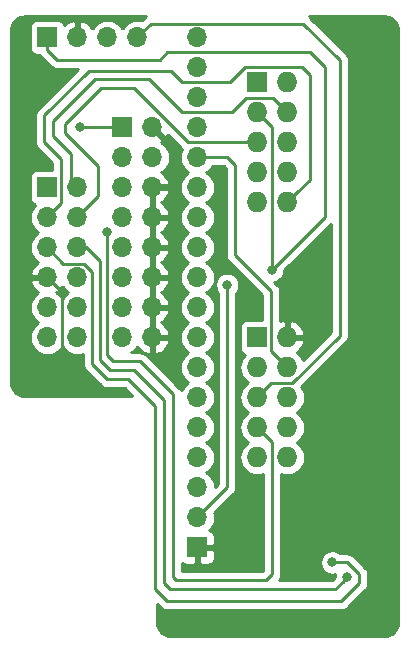
<source format=gbr>
G04 #@! TF.GenerationSoftware,KiCad,Pcbnew,(5.1.0-0)*
G04 #@! TF.CreationDate,2019-04-12T23:41:18+08:00*
G04 #@! TF.ProjectId,Ulticontroller_adapter,556c7469-636f-46e7-9472-6f6c6c65725f,rev?*
G04 #@! TF.SameCoordinates,Original*
G04 #@! TF.FileFunction,Copper,L2,Bot*
G04 #@! TF.FilePolarity,Positive*
%FSLAX46Y46*%
G04 Gerber Fmt 4.6, Leading zero omitted, Abs format (unit mm)*
G04 Created by KiCad (PCBNEW (5.1.0-0)) date 2019-04-12 23:41:18*
%MOMM*%
%LPD*%
G04 APERTURE LIST*
%ADD10O,1.700000X1.700000*%
%ADD11R,1.700000X1.700000*%
%ADD12O,1.727200X1.727200*%
%ADD13R,1.727200X1.727200*%
%ADD14C,0.800000*%
%ADD15C,0.250000*%
%ADD16C,0.500000*%
%ADD17C,0.254000*%
G04 APERTURE END LIST*
D10*
X124460000Y-87630000D03*
X124460000Y-90170000D03*
X124460000Y-92710000D03*
X124460000Y-95250000D03*
X124460000Y-97790000D03*
X124460000Y-100330000D03*
X124460000Y-102870000D03*
X124460000Y-105410000D03*
X124460000Y-107950000D03*
X124460000Y-110490000D03*
X124460000Y-113030000D03*
X124460000Y-115570000D03*
X124460000Y-118110000D03*
X124460000Y-120650000D03*
X124460000Y-123190000D03*
X124460000Y-125730000D03*
X124460000Y-128270000D03*
D11*
X124460000Y-130810000D03*
D10*
X120650000Y-113030000D03*
X118110000Y-113030000D03*
X120650000Y-110490000D03*
X118110000Y-110490000D03*
X120650000Y-107950000D03*
X118110000Y-107950000D03*
X120650000Y-105410000D03*
X118110000Y-105410000D03*
X120650000Y-102870000D03*
X118110000Y-102870000D03*
X120650000Y-100330000D03*
X118110000Y-100330000D03*
X120650000Y-97790000D03*
X118110000Y-97790000D03*
X120650000Y-95250000D03*
D11*
X118110000Y-95250000D03*
X111760000Y-100330000D03*
D10*
X114300000Y-100330000D03*
X111760000Y-102870000D03*
X114300000Y-102870000D03*
X111760000Y-105410000D03*
X114300000Y-105410000D03*
X111760000Y-107950000D03*
X114300000Y-107950000D03*
X111760000Y-110490000D03*
X114300000Y-110490000D03*
X111760000Y-113030000D03*
X114300000Y-113030000D03*
X119380000Y-87630000D03*
X116840000Y-87630000D03*
X114300000Y-87630000D03*
D11*
X111760000Y-87630000D03*
D12*
X132080000Y-101600000D03*
X129540000Y-101600000D03*
X132080000Y-99060000D03*
X129540000Y-99060000D03*
X132080000Y-96520000D03*
X129540000Y-96520000D03*
X132080000Y-93980000D03*
X129540000Y-93980000D03*
X132080000Y-91440000D03*
D13*
X129540000Y-91440000D03*
D12*
X132080000Y-123190000D03*
X129540000Y-123190000D03*
X132080000Y-120650000D03*
X129540000Y-120650000D03*
X132080000Y-118110000D03*
X129540000Y-118110000D03*
X132080000Y-115570000D03*
X129540000Y-115570000D03*
X132080000Y-113030000D03*
D13*
X129540000Y-113030000D03*
D14*
X116840000Y-104140000D03*
X139065000Y-91440000D03*
X133604000Y-130810000D03*
X122174000Y-115316000D03*
X113030000Y-115316006D03*
X130810000Y-107315000D03*
X127000000Y-108585000D03*
X137160000Y-133350000D03*
X135890000Y-132080000D03*
X114554000Y-95250000D03*
D15*
X127635000Y-98425000D02*
X127000000Y-97790000D01*
X127000000Y-97790000D02*
X124460000Y-97790000D01*
X130728601Y-109138601D02*
X127635000Y-106045000D01*
X130728601Y-114218601D02*
X130728601Y-109138601D01*
X127635000Y-106045000D02*
X127635000Y-98425000D01*
X132080000Y-115570000D02*
X130728601Y-114218601D01*
X120555001Y-86454999D02*
X133444999Y-86454999D01*
X119380000Y-87630000D02*
X120555001Y-86454999D01*
X133444999Y-86454999D02*
X136525000Y-89535000D01*
X130403599Y-117246401D02*
X129540000Y-118110000D01*
X130728601Y-116921399D02*
X130403599Y-117246401D01*
X132487731Y-116921399D02*
X130728601Y-116921399D01*
X136525000Y-112884130D02*
X132487731Y-116921399D01*
X136525000Y-89535000D02*
X136525000Y-112884130D01*
X122428000Y-133350000D02*
X122428000Y-117856000D01*
X119634000Y-115062000D02*
X117348000Y-115062000D01*
X130302000Y-133604000D02*
X122682000Y-133604000D01*
X129540000Y-120650000D02*
X130810000Y-121920000D01*
X130810000Y-121920000D02*
X130810000Y-133096000D01*
X130810000Y-133096000D02*
X130302000Y-133604000D01*
X122682000Y-133604000D02*
X122428000Y-133350000D01*
X122428000Y-117856000D02*
X119634000Y-115062000D01*
X117348000Y-115062000D02*
X116839992Y-114553992D01*
X116840000Y-105918000D02*
X116839992Y-105918008D01*
X116840000Y-104140000D02*
X116840000Y-105918000D01*
X116839992Y-105918008D02*
X116839992Y-105663954D01*
X116839992Y-114553992D02*
X116839992Y-105918008D01*
X111760000Y-107950000D02*
X113030000Y-109220000D01*
X113030000Y-109220000D02*
X113030000Y-114750321D01*
X113030000Y-114750321D02*
X113030000Y-115316006D01*
D16*
X122428000Y-100330000D02*
X120650000Y-100330000D01*
X122428000Y-97028000D02*
X122428000Y-100330000D01*
X120650000Y-95250000D02*
X122428000Y-97028000D01*
D15*
X129540000Y-93980000D02*
X130810000Y-95250000D01*
X130810000Y-95250000D02*
X130810000Y-102089130D01*
X130810000Y-102089130D02*
X130810000Y-104775000D01*
X130810000Y-104775000D02*
X130810000Y-107315000D01*
X130810000Y-107315000D02*
X130810000Y-107315000D01*
X111760000Y-88730000D02*
X111760000Y-87630000D01*
X112565000Y-89535000D02*
X111760000Y-88730000D01*
X130810000Y-107315000D02*
X135255000Y-102870000D01*
X135255000Y-90170000D02*
X133985000Y-88900000D01*
X135255000Y-102870000D02*
X135255000Y-90170000D01*
X121285000Y-89535000D02*
X112565000Y-89535000D01*
X121920000Y-88900000D02*
X121285000Y-89535000D01*
X133985000Y-88900000D02*
X121920000Y-88900000D01*
X127000000Y-125730000D02*
X127000000Y-108585000D01*
X124460000Y-128270000D02*
X127000000Y-125730000D01*
X136760001Y-133749999D02*
X137160000Y-133350000D01*
X136144000Y-134366000D02*
X136760001Y-133749999D01*
X122174000Y-134366000D02*
X136144000Y-134366000D01*
X121666000Y-133858000D02*
X122174000Y-134366000D01*
X121666000Y-118364000D02*
X121666000Y-133858000D01*
X119126000Y-115824000D02*
X121666000Y-118364000D01*
X117094000Y-115824000D02*
X119126000Y-115824000D01*
X116205000Y-114935000D02*
X117094000Y-115824000D01*
X116205000Y-106553000D02*
X116205000Y-114935000D01*
X115062000Y-105410000D02*
X116205000Y-106553000D01*
X114300000Y-105410000D02*
X115062000Y-105410000D01*
X137160000Y-132080000D02*
X135890000Y-132080000D01*
X138176000Y-133096000D02*
X137160000Y-132080000D01*
X136652000Y-135382000D02*
X138176000Y-133858000D01*
X120904000Y-118872000D02*
X120904000Y-134366000D01*
X120904000Y-134366000D02*
X121920000Y-135382000D01*
X118618000Y-116586000D02*
X120904000Y-118872000D01*
X116840000Y-116586000D02*
X118618000Y-116586000D01*
X115570000Y-115316000D02*
X116840000Y-116586000D01*
X115570000Y-107480998D02*
X115570000Y-115316000D01*
X111760000Y-105410000D02*
X113124999Y-106774999D01*
X114864001Y-106774999D02*
X115570000Y-107480998D01*
X138176000Y-133858000D02*
X138176000Y-133096000D01*
X121920000Y-135382000D02*
X136652000Y-135382000D01*
X113124999Y-106774999D02*
X114864001Y-106774999D01*
X116332000Y-91948000D02*
X119063002Y-91948000D01*
X119063002Y-91948000D02*
X123635002Y-96520000D01*
X116078000Y-101092000D02*
X116078000Y-98552000D01*
X113284000Y-94996000D02*
X116332000Y-91948000D01*
X128318686Y-96520000D02*
X129540000Y-96520000D01*
X116078000Y-98552000D02*
X113284000Y-95758000D01*
X113284000Y-95758000D02*
X113284000Y-94996000D01*
X123635002Y-96520000D02*
X128318686Y-96520000D01*
X114300000Y-102870000D02*
X116078000Y-101092000D01*
X132943599Y-100736401D02*
X132080000Y-101600000D01*
X133985000Y-99695000D02*
X132943599Y-100736401D01*
X133985000Y-90805000D02*
X133985000Y-99695000D01*
X133350000Y-90170000D02*
X133985000Y-90805000D01*
X127227798Y-91440000D02*
X128497798Y-90170000D01*
X122237500Y-90487500D02*
X123190000Y-91440000D01*
X123190000Y-91440000D02*
X127227798Y-91440000D01*
X115252500Y-90487500D02*
X122237500Y-90487500D01*
X128497798Y-90170000D02*
X133350000Y-90170000D01*
X111506000Y-96520000D02*
X111506000Y-94234000D01*
X112935001Y-99389538D02*
X112935001Y-97949001D01*
X111506000Y-94234000D02*
X115252500Y-90487500D01*
X112939999Y-101690001D02*
X112939999Y-99394536D01*
X112935001Y-97949001D02*
X111506000Y-96520000D01*
X112939999Y-99394536D02*
X112935001Y-99389538D01*
X111760000Y-102870000D02*
X112939999Y-101690001D01*
X113792000Y-99822000D02*
X114300000Y-100330000D01*
X113792000Y-97536000D02*
X113792000Y-99822000D01*
X123190000Y-93980000D02*
X120396000Y-91186000D01*
X112268000Y-94742000D02*
X112268000Y-96012000D01*
X130891399Y-92791399D02*
X128579197Y-92791399D01*
X127390596Y-93980000D02*
X123190000Y-93980000D01*
X120396000Y-91186000D02*
X115824000Y-91186000D01*
X128579197Y-92791399D02*
X127390596Y-93980000D01*
X112268000Y-96012000D02*
X113792000Y-97536000D01*
X115824000Y-91186000D02*
X112268000Y-94742000D01*
X132080000Y-93980000D02*
X130891399Y-92791399D01*
X115062000Y-95250000D02*
X115062000Y-95250000D01*
X118110000Y-95250000D02*
X114554000Y-95250000D01*
D17*
G36*
X140533395Y-85869843D02*
G01*
X140725765Y-85921388D01*
X140906260Y-86005555D01*
X141069390Y-86119780D01*
X141210220Y-86260610D01*
X141324445Y-86423740D01*
X141408612Y-86604235D01*
X141460157Y-86796605D01*
X141478000Y-87000548D01*
X141478000Y-137154452D01*
X141460157Y-137358395D01*
X141408612Y-137550765D01*
X141324445Y-137731260D01*
X141210220Y-137894390D01*
X141069390Y-138035220D01*
X140906260Y-138149445D01*
X140725765Y-138233612D01*
X140533395Y-138285157D01*
X140329452Y-138303000D01*
X122179548Y-138303000D01*
X121975605Y-138285157D01*
X121783235Y-138233612D01*
X121602740Y-138149445D01*
X121439610Y-138035220D01*
X121298780Y-137894390D01*
X121184555Y-137731260D01*
X121100388Y-137550765D01*
X121048843Y-137358395D01*
X121031000Y-137154452D01*
X121031000Y-135567802D01*
X121356201Y-135893003D01*
X121379999Y-135922001D01*
X121408997Y-135945799D01*
X121495723Y-136016974D01*
X121627753Y-136087546D01*
X121771014Y-136131003D01*
X121882667Y-136142000D01*
X121882677Y-136142000D01*
X121920000Y-136145676D01*
X121957322Y-136142000D01*
X136614678Y-136142000D01*
X136652000Y-136145676D01*
X136689322Y-136142000D01*
X136689333Y-136142000D01*
X136800986Y-136131003D01*
X136944247Y-136087546D01*
X137076276Y-136016974D01*
X137192001Y-135922001D01*
X137215803Y-135892998D01*
X138687009Y-134421794D01*
X138716001Y-134398001D01*
X138739795Y-134369008D01*
X138739799Y-134369004D01*
X138810973Y-134282277D01*
X138810974Y-134282276D01*
X138881546Y-134150247D01*
X138925003Y-134006986D01*
X138936000Y-133895333D01*
X138936000Y-133895324D01*
X138939676Y-133858001D01*
X138936000Y-133820678D01*
X138936000Y-133133322D01*
X138939676Y-133096000D01*
X138936000Y-133058677D01*
X138936000Y-133058667D01*
X138925003Y-132947014D01*
X138881546Y-132803753D01*
X138810975Y-132671725D01*
X138810974Y-132671723D01*
X138739799Y-132584997D01*
X138716001Y-132555999D01*
X138687003Y-132532201D01*
X137723804Y-131569002D01*
X137700001Y-131539999D01*
X137584276Y-131445026D01*
X137452247Y-131374454D01*
X137308986Y-131330997D01*
X137197333Y-131320000D01*
X137197322Y-131320000D01*
X137160000Y-131316324D01*
X137122678Y-131320000D01*
X136593711Y-131320000D01*
X136549774Y-131276063D01*
X136380256Y-131162795D01*
X136191898Y-131084774D01*
X135991939Y-131045000D01*
X135788061Y-131045000D01*
X135588102Y-131084774D01*
X135399744Y-131162795D01*
X135230226Y-131276063D01*
X135086063Y-131420226D01*
X134972795Y-131589744D01*
X134894774Y-131778102D01*
X134855000Y-131978061D01*
X134855000Y-132181939D01*
X134894774Y-132381898D01*
X134972795Y-132570256D01*
X135086063Y-132739774D01*
X135230226Y-132883937D01*
X135399744Y-132997205D01*
X135588102Y-133075226D01*
X135788061Y-133115000D01*
X135991939Y-133115000D01*
X136158039Y-133081961D01*
X136125000Y-133248061D01*
X136125000Y-133310198D01*
X135829199Y-133606000D01*
X131374622Y-133606000D01*
X131444974Y-133520276D01*
X131515546Y-133388247D01*
X131559003Y-133244986D01*
X131570000Y-133133333D01*
X131570000Y-133133324D01*
X131573676Y-133096001D01*
X131570000Y-133058678D01*
X131570000Y-124601326D01*
X131786223Y-124666916D01*
X132006381Y-124688600D01*
X132153619Y-124688600D01*
X132373777Y-124666916D01*
X132656264Y-124581225D01*
X132916606Y-124442069D01*
X133144797Y-124254797D01*
X133332069Y-124026606D01*
X133471225Y-123766264D01*
X133556916Y-123483777D01*
X133585851Y-123190000D01*
X133556916Y-122896223D01*
X133471225Y-122613736D01*
X133332069Y-122353394D01*
X133144797Y-122125203D01*
X132916606Y-121937931D01*
X132883060Y-121920000D01*
X132916606Y-121902069D01*
X133144797Y-121714797D01*
X133332069Y-121486606D01*
X133471225Y-121226264D01*
X133556916Y-120943777D01*
X133585851Y-120650000D01*
X133556916Y-120356223D01*
X133471225Y-120073736D01*
X133332069Y-119813394D01*
X133144797Y-119585203D01*
X132916606Y-119397931D01*
X132883060Y-119380000D01*
X132916606Y-119362069D01*
X133144797Y-119174797D01*
X133332069Y-118946606D01*
X133471225Y-118686264D01*
X133556916Y-118403777D01*
X133585851Y-118110000D01*
X133556916Y-117816223D01*
X133471225Y-117533736D01*
X133332069Y-117273394D01*
X133277288Y-117206643D01*
X137036003Y-113447929D01*
X137065001Y-113424131D01*
X137159974Y-113308406D01*
X137230546Y-113176377D01*
X137274003Y-113033116D01*
X137285000Y-112921463D01*
X137288677Y-112884130D01*
X137285000Y-112846797D01*
X137285000Y-89572322D01*
X137288676Y-89534999D01*
X137285000Y-89497676D01*
X137285000Y-89497667D01*
X137274003Y-89386014D01*
X137230546Y-89242753D01*
X137159974Y-89110724D01*
X137065001Y-88994999D01*
X137036004Y-88971202D01*
X134008803Y-85944002D01*
X133985000Y-85914998D01*
X133908237Y-85852000D01*
X140329452Y-85852000D01*
X140533395Y-85869843D01*
X140533395Y-85869843D01*
G37*
X140533395Y-85869843D02*
X140725765Y-85921388D01*
X140906260Y-86005555D01*
X141069390Y-86119780D01*
X141210220Y-86260610D01*
X141324445Y-86423740D01*
X141408612Y-86604235D01*
X141460157Y-86796605D01*
X141478000Y-87000548D01*
X141478000Y-137154452D01*
X141460157Y-137358395D01*
X141408612Y-137550765D01*
X141324445Y-137731260D01*
X141210220Y-137894390D01*
X141069390Y-138035220D01*
X140906260Y-138149445D01*
X140725765Y-138233612D01*
X140533395Y-138285157D01*
X140329452Y-138303000D01*
X122179548Y-138303000D01*
X121975605Y-138285157D01*
X121783235Y-138233612D01*
X121602740Y-138149445D01*
X121439610Y-138035220D01*
X121298780Y-137894390D01*
X121184555Y-137731260D01*
X121100388Y-137550765D01*
X121048843Y-137358395D01*
X121031000Y-137154452D01*
X121031000Y-135567802D01*
X121356201Y-135893003D01*
X121379999Y-135922001D01*
X121408997Y-135945799D01*
X121495723Y-136016974D01*
X121627753Y-136087546D01*
X121771014Y-136131003D01*
X121882667Y-136142000D01*
X121882677Y-136142000D01*
X121920000Y-136145676D01*
X121957322Y-136142000D01*
X136614678Y-136142000D01*
X136652000Y-136145676D01*
X136689322Y-136142000D01*
X136689333Y-136142000D01*
X136800986Y-136131003D01*
X136944247Y-136087546D01*
X137076276Y-136016974D01*
X137192001Y-135922001D01*
X137215803Y-135892998D01*
X138687009Y-134421794D01*
X138716001Y-134398001D01*
X138739795Y-134369008D01*
X138739799Y-134369004D01*
X138810973Y-134282277D01*
X138810974Y-134282276D01*
X138881546Y-134150247D01*
X138925003Y-134006986D01*
X138936000Y-133895333D01*
X138936000Y-133895324D01*
X138939676Y-133858001D01*
X138936000Y-133820678D01*
X138936000Y-133133322D01*
X138939676Y-133096000D01*
X138936000Y-133058677D01*
X138936000Y-133058667D01*
X138925003Y-132947014D01*
X138881546Y-132803753D01*
X138810975Y-132671725D01*
X138810974Y-132671723D01*
X138739799Y-132584997D01*
X138716001Y-132555999D01*
X138687003Y-132532201D01*
X137723804Y-131569002D01*
X137700001Y-131539999D01*
X137584276Y-131445026D01*
X137452247Y-131374454D01*
X137308986Y-131330997D01*
X137197333Y-131320000D01*
X137197322Y-131320000D01*
X137160000Y-131316324D01*
X137122678Y-131320000D01*
X136593711Y-131320000D01*
X136549774Y-131276063D01*
X136380256Y-131162795D01*
X136191898Y-131084774D01*
X135991939Y-131045000D01*
X135788061Y-131045000D01*
X135588102Y-131084774D01*
X135399744Y-131162795D01*
X135230226Y-131276063D01*
X135086063Y-131420226D01*
X134972795Y-131589744D01*
X134894774Y-131778102D01*
X134855000Y-131978061D01*
X134855000Y-132181939D01*
X134894774Y-132381898D01*
X134972795Y-132570256D01*
X135086063Y-132739774D01*
X135230226Y-132883937D01*
X135399744Y-132997205D01*
X135588102Y-133075226D01*
X135788061Y-133115000D01*
X135991939Y-133115000D01*
X136158039Y-133081961D01*
X136125000Y-133248061D01*
X136125000Y-133310198D01*
X135829199Y-133606000D01*
X131374622Y-133606000D01*
X131444974Y-133520276D01*
X131515546Y-133388247D01*
X131559003Y-133244986D01*
X131570000Y-133133333D01*
X131570000Y-133133324D01*
X131573676Y-133096001D01*
X131570000Y-133058678D01*
X131570000Y-124601326D01*
X131786223Y-124666916D01*
X132006381Y-124688600D01*
X132153619Y-124688600D01*
X132373777Y-124666916D01*
X132656264Y-124581225D01*
X132916606Y-124442069D01*
X133144797Y-124254797D01*
X133332069Y-124026606D01*
X133471225Y-123766264D01*
X133556916Y-123483777D01*
X133585851Y-123190000D01*
X133556916Y-122896223D01*
X133471225Y-122613736D01*
X133332069Y-122353394D01*
X133144797Y-122125203D01*
X132916606Y-121937931D01*
X132883060Y-121920000D01*
X132916606Y-121902069D01*
X133144797Y-121714797D01*
X133332069Y-121486606D01*
X133471225Y-121226264D01*
X133556916Y-120943777D01*
X133585851Y-120650000D01*
X133556916Y-120356223D01*
X133471225Y-120073736D01*
X133332069Y-119813394D01*
X133144797Y-119585203D01*
X132916606Y-119397931D01*
X132883060Y-119380000D01*
X132916606Y-119362069D01*
X133144797Y-119174797D01*
X133332069Y-118946606D01*
X133471225Y-118686264D01*
X133556916Y-118403777D01*
X133585851Y-118110000D01*
X133556916Y-117816223D01*
X133471225Y-117533736D01*
X133332069Y-117273394D01*
X133277288Y-117206643D01*
X137036003Y-113447929D01*
X137065001Y-113424131D01*
X137159974Y-113308406D01*
X137230546Y-113176377D01*
X137274003Y-113033116D01*
X137285000Y-112921463D01*
X137288677Y-112884130D01*
X137285000Y-112846797D01*
X137285000Y-89572322D01*
X137288676Y-89534999D01*
X137285000Y-89497676D01*
X137285000Y-89497667D01*
X137274003Y-89386014D01*
X137230546Y-89242753D01*
X137159974Y-89110724D01*
X137065001Y-88994999D01*
X137036004Y-88971202D01*
X134008803Y-85944002D01*
X133985000Y-85914998D01*
X133908237Y-85852000D01*
X140329452Y-85852000D01*
X140533395Y-85869843D01*
G36*
X126875001Y-98739803D02*
G01*
X126875000Y-106007678D01*
X126871324Y-106045000D01*
X126875000Y-106082322D01*
X126875000Y-106082332D01*
X126885997Y-106193985D01*
X126912089Y-106280000D01*
X126929454Y-106337246D01*
X127000026Y-106469276D01*
X127014151Y-106486487D01*
X127094999Y-106585001D01*
X127124003Y-106608804D01*
X129968602Y-109453405D01*
X129968602Y-111528328D01*
X128676400Y-111528328D01*
X128551918Y-111540588D01*
X128432220Y-111576898D01*
X128321906Y-111635863D01*
X128225215Y-111715215D01*
X128145863Y-111811906D01*
X128086898Y-111922220D01*
X128050588Y-112041918D01*
X128038328Y-112166400D01*
X128038328Y-113893600D01*
X128050588Y-114018082D01*
X128086898Y-114137780D01*
X128145863Y-114248094D01*
X128225215Y-114344785D01*
X128321906Y-114424137D01*
X128432220Y-114483102D01*
X128483265Y-114498586D01*
X128475203Y-114505203D01*
X128287931Y-114733394D01*
X128148775Y-114993736D01*
X128063084Y-115276223D01*
X128034149Y-115570000D01*
X128063084Y-115863777D01*
X128148775Y-116146264D01*
X128287931Y-116406606D01*
X128475203Y-116634797D01*
X128703394Y-116822069D01*
X128736940Y-116840000D01*
X128703394Y-116857931D01*
X128475203Y-117045203D01*
X128287931Y-117273394D01*
X128148775Y-117533736D01*
X128063084Y-117816223D01*
X128034149Y-118110000D01*
X128063084Y-118403777D01*
X128148775Y-118686264D01*
X128287931Y-118946606D01*
X128475203Y-119174797D01*
X128703394Y-119362069D01*
X128736940Y-119380000D01*
X128703394Y-119397931D01*
X128475203Y-119585203D01*
X128287931Y-119813394D01*
X128148775Y-120073736D01*
X128063084Y-120356223D01*
X128034149Y-120650000D01*
X128063084Y-120943777D01*
X128148775Y-121226264D01*
X128287931Y-121486606D01*
X128475203Y-121714797D01*
X128703394Y-121902069D01*
X128736940Y-121920000D01*
X128703394Y-121937931D01*
X128475203Y-122125203D01*
X128287931Y-122353394D01*
X128148775Y-122613736D01*
X128063084Y-122896223D01*
X128034149Y-123190000D01*
X128063084Y-123483777D01*
X128148775Y-123766264D01*
X128287931Y-124026606D01*
X128475203Y-124254797D01*
X128703394Y-124442069D01*
X128963736Y-124581225D01*
X129246223Y-124666916D01*
X129466381Y-124688600D01*
X129613619Y-124688600D01*
X129833777Y-124666916D01*
X130050000Y-124601326D01*
X130050001Y-132781197D01*
X129987199Y-132844000D01*
X123188000Y-132844000D01*
X123188000Y-132135136D01*
X123255506Y-132190537D01*
X123365820Y-132249502D01*
X123485518Y-132285812D01*
X123610000Y-132298072D01*
X124174250Y-132295000D01*
X124333000Y-132136250D01*
X124333000Y-130937000D01*
X124587000Y-130937000D01*
X124587000Y-132136250D01*
X124745750Y-132295000D01*
X125310000Y-132298072D01*
X125434482Y-132285812D01*
X125554180Y-132249502D01*
X125664494Y-132190537D01*
X125761185Y-132111185D01*
X125840537Y-132014494D01*
X125899502Y-131904180D01*
X125935812Y-131784482D01*
X125948072Y-131660000D01*
X125945000Y-131095750D01*
X125786250Y-130937000D01*
X124587000Y-130937000D01*
X124333000Y-130937000D01*
X124313000Y-130937000D01*
X124313000Y-130683000D01*
X124333000Y-130683000D01*
X124333000Y-130663000D01*
X124587000Y-130663000D01*
X124587000Y-130683000D01*
X125786250Y-130683000D01*
X125945000Y-130524250D01*
X125948072Y-129960000D01*
X125935812Y-129835518D01*
X125899502Y-129715820D01*
X125840537Y-129605506D01*
X125761185Y-129508815D01*
X125664494Y-129429463D01*
X125554180Y-129370498D01*
X125485313Y-129349607D01*
X125515134Y-129325134D01*
X125700706Y-129099014D01*
X125838599Y-128841034D01*
X125923513Y-128561111D01*
X125952185Y-128270000D01*
X125923513Y-127978889D01*
X125900797Y-127904005D01*
X127511009Y-126293794D01*
X127540001Y-126270001D01*
X127563795Y-126241008D01*
X127563799Y-126241004D01*
X127634973Y-126154277D01*
X127634974Y-126154276D01*
X127705546Y-126022247D01*
X127749003Y-125878986D01*
X127760000Y-125767333D01*
X127760000Y-125767324D01*
X127763676Y-125730001D01*
X127760000Y-125692678D01*
X127760000Y-109288711D01*
X127803937Y-109244774D01*
X127917205Y-109075256D01*
X127995226Y-108886898D01*
X128035000Y-108686939D01*
X128035000Y-108483061D01*
X127995226Y-108283102D01*
X127917205Y-108094744D01*
X127803937Y-107925226D01*
X127659774Y-107781063D01*
X127490256Y-107667795D01*
X127301898Y-107589774D01*
X127101939Y-107550000D01*
X126898061Y-107550000D01*
X126698102Y-107589774D01*
X126509744Y-107667795D01*
X126340226Y-107781063D01*
X126196063Y-107925226D01*
X126082795Y-108094744D01*
X126004774Y-108283102D01*
X125965000Y-108483061D01*
X125965000Y-108686939D01*
X126004774Y-108886898D01*
X126082795Y-109075256D01*
X126196063Y-109244774D01*
X126240001Y-109288712D01*
X126240000Y-125415197D01*
X125949765Y-125705432D01*
X125923513Y-125438889D01*
X125838599Y-125158966D01*
X125700706Y-124900986D01*
X125515134Y-124674866D01*
X125289014Y-124489294D01*
X125234209Y-124460000D01*
X125289014Y-124430706D01*
X125515134Y-124245134D01*
X125700706Y-124019014D01*
X125838599Y-123761034D01*
X125923513Y-123481111D01*
X125952185Y-123190000D01*
X125923513Y-122898889D01*
X125838599Y-122618966D01*
X125700706Y-122360986D01*
X125515134Y-122134866D01*
X125289014Y-121949294D01*
X125234209Y-121920000D01*
X125289014Y-121890706D01*
X125515134Y-121705134D01*
X125700706Y-121479014D01*
X125838599Y-121221034D01*
X125923513Y-120941111D01*
X125952185Y-120650000D01*
X125923513Y-120358889D01*
X125838599Y-120078966D01*
X125700706Y-119820986D01*
X125515134Y-119594866D01*
X125289014Y-119409294D01*
X125234209Y-119380000D01*
X125289014Y-119350706D01*
X125515134Y-119165134D01*
X125700706Y-118939014D01*
X125838599Y-118681034D01*
X125923513Y-118401111D01*
X125952185Y-118110000D01*
X125923513Y-117818889D01*
X125838599Y-117538966D01*
X125700706Y-117280986D01*
X125515134Y-117054866D01*
X125289014Y-116869294D01*
X125234209Y-116840000D01*
X125289014Y-116810706D01*
X125515134Y-116625134D01*
X125700706Y-116399014D01*
X125838599Y-116141034D01*
X125923513Y-115861111D01*
X125952185Y-115570000D01*
X125923513Y-115278889D01*
X125838599Y-114998966D01*
X125700706Y-114740986D01*
X125515134Y-114514866D01*
X125289014Y-114329294D01*
X125234209Y-114300000D01*
X125289014Y-114270706D01*
X125515134Y-114085134D01*
X125700706Y-113859014D01*
X125838599Y-113601034D01*
X125923513Y-113321111D01*
X125952185Y-113030000D01*
X125923513Y-112738889D01*
X125838599Y-112458966D01*
X125700706Y-112200986D01*
X125515134Y-111974866D01*
X125289014Y-111789294D01*
X125234209Y-111760000D01*
X125289014Y-111730706D01*
X125515134Y-111545134D01*
X125700706Y-111319014D01*
X125838599Y-111061034D01*
X125923513Y-110781111D01*
X125952185Y-110490000D01*
X125923513Y-110198889D01*
X125838599Y-109918966D01*
X125700706Y-109660986D01*
X125515134Y-109434866D01*
X125289014Y-109249294D01*
X125234209Y-109220000D01*
X125289014Y-109190706D01*
X125515134Y-109005134D01*
X125700706Y-108779014D01*
X125838599Y-108521034D01*
X125923513Y-108241111D01*
X125952185Y-107950000D01*
X125923513Y-107658889D01*
X125838599Y-107378966D01*
X125700706Y-107120986D01*
X125515134Y-106894866D01*
X125289014Y-106709294D01*
X125234209Y-106680000D01*
X125289014Y-106650706D01*
X125515134Y-106465134D01*
X125700706Y-106239014D01*
X125838599Y-105981034D01*
X125923513Y-105701111D01*
X125952185Y-105410000D01*
X125923513Y-105118889D01*
X125838599Y-104838966D01*
X125700706Y-104580986D01*
X125515134Y-104354866D01*
X125289014Y-104169294D01*
X125234209Y-104140000D01*
X125289014Y-104110706D01*
X125515134Y-103925134D01*
X125700706Y-103699014D01*
X125838599Y-103441034D01*
X125923513Y-103161111D01*
X125952185Y-102870000D01*
X125923513Y-102578889D01*
X125838599Y-102298966D01*
X125700706Y-102040986D01*
X125515134Y-101814866D01*
X125289014Y-101629294D01*
X125234209Y-101600000D01*
X125289014Y-101570706D01*
X125515134Y-101385134D01*
X125700706Y-101159014D01*
X125838599Y-100901034D01*
X125923513Y-100621111D01*
X125952185Y-100330000D01*
X125923513Y-100038889D01*
X125838599Y-99758966D01*
X125700706Y-99500986D01*
X125515134Y-99274866D01*
X125289014Y-99089294D01*
X125234209Y-99060000D01*
X125289014Y-99030706D01*
X125515134Y-98845134D01*
X125700706Y-98619014D01*
X125737595Y-98550000D01*
X126685199Y-98550000D01*
X126875001Y-98739803D01*
X126875001Y-98739803D01*
G37*
X126875001Y-98739803D02*
X126875000Y-106007678D01*
X126871324Y-106045000D01*
X126875000Y-106082322D01*
X126875000Y-106082332D01*
X126885997Y-106193985D01*
X126912089Y-106280000D01*
X126929454Y-106337246D01*
X127000026Y-106469276D01*
X127014151Y-106486487D01*
X127094999Y-106585001D01*
X127124003Y-106608804D01*
X129968602Y-109453405D01*
X129968602Y-111528328D01*
X128676400Y-111528328D01*
X128551918Y-111540588D01*
X128432220Y-111576898D01*
X128321906Y-111635863D01*
X128225215Y-111715215D01*
X128145863Y-111811906D01*
X128086898Y-111922220D01*
X128050588Y-112041918D01*
X128038328Y-112166400D01*
X128038328Y-113893600D01*
X128050588Y-114018082D01*
X128086898Y-114137780D01*
X128145863Y-114248094D01*
X128225215Y-114344785D01*
X128321906Y-114424137D01*
X128432220Y-114483102D01*
X128483265Y-114498586D01*
X128475203Y-114505203D01*
X128287931Y-114733394D01*
X128148775Y-114993736D01*
X128063084Y-115276223D01*
X128034149Y-115570000D01*
X128063084Y-115863777D01*
X128148775Y-116146264D01*
X128287931Y-116406606D01*
X128475203Y-116634797D01*
X128703394Y-116822069D01*
X128736940Y-116840000D01*
X128703394Y-116857931D01*
X128475203Y-117045203D01*
X128287931Y-117273394D01*
X128148775Y-117533736D01*
X128063084Y-117816223D01*
X128034149Y-118110000D01*
X128063084Y-118403777D01*
X128148775Y-118686264D01*
X128287931Y-118946606D01*
X128475203Y-119174797D01*
X128703394Y-119362069D01*
X128736940Y-119380000D01*
X128703394Y-119397931D01*
X128475203Y-119585203D01*
X128287931Y-119813394D01*
X128148775Y-120073736D01*
X128063084Y-120356223D01*
X128034149Y-120650000D01*
X128063084Y-120943777D01*
X128148775Y-121226264D01*
X128287931Y-121486606D01*
X128475203Y-121714797D01*
X128703394Y-121902069D01*
X128736940Y-121920000D01*
X128703394Y-121937931D01*
X128475203Y-122125203D01*
X128287931Y-122353394D01*
X128148775Y-122613736D01*
X128063084Y-122896223D01*
X128034149Y-123190000D01*
X128063084Y-123483777D01*
X128148775Y-123766264D01*
X128287931Y-124026606D01*
X128475203Y-124254797D01*
X128703394Y-124442069D01*
X128963736Y-124581225D01*
X129246223Y-124666916D01*
X129466381Y-124688600D01*
X129613619Y-124688600D01*
X129833777Y-124666916D01*
X130050000Y-124601326D01*
X130050001Y-132781197D01*
X129987199Y-132844000D01*
X123188000Y-132844000D01*
X123188000Y-132135136D01*
X123255506Y-132190537D01*
X123365820Y-132249502D01*
X123485518Y-132285812D01*
X123610000Y-132298072D01*
X124174250Y-132295000D01*
X124333000Y-132136250D01*
X124333000Y-130937000D01*
X124587000Y-130937000D01*
X124587000Y-132136250D01*
X124745750Y-132295000D01*
X125310000Y-132298072D01*
X125434482Y-132285812D01*
X125554180Y-132249502D01*
X125664494Y-132190537D01*
X125761185Y-132111185D01*
X125840537Y-132014494D01*
X125899502Y-131904180D01*
X125935812Y-131784482D01*
X125948072Y-131660000D01*
X125945000Y-131095750D01*
X125786250Y-130937000D01*
X124587000Y-130937000D01*
X124333000Y-130937000D01*
X124313000Y-130937000D01*
X124313000Y-130683000D01*
X124333000Y-130683000D01*
X124333000Y-130663000D01*
X124587000Y-130663000D01*
X124587000Y-130683000D01*
X125786250Y-130683000D01*
X125945000Y-130524250D01*
X125948072Y-129960000D01*
X125935812Y-129835518D01*
X125899502Y-129715820D01*
X125840537Y-129605506D01*
X125761185Y-129508815D01*
X125664494Y-129429463D01*
X125554180Y-129370498D01*
X125485313Y-129349607D01*
X125515134Y-129325134D01*
X125700706Y-129099014D01*
X125838599Y-128841034D01*
X125923513Y-128561111D01*
X125952185Y-128270000D01*
X125923513Y-127978889D01*
X125900797Y-127904005D01*
X127511009Y-126293794D01*
X127540001Y-126270001D01*
X127563795Y-126241008D01*
X127563799Y-126241004D01*
X127634973Y-126154277D01*
X127634974Y-126154276D01*
X127705546Y-126022247D01*
X127749003Y-125878986D01*
X127760000Y-125767333D01*
X127760000Y-125767324D01*
X127763676Y-125730001D01*
X127760000Y-125692678D01*
X127760000Y-109288711D01*
X127803937Y-109244774D01*
X127917205Y-109075256D01*
X127995226Y-108886898D01*
X128035000Y-108686939D01*
X128035000Y-108483061D01*
X127995226Y-108283102D01*
X127917205Y-108094744D01*
X127803937Y-107925226D01*
X127659774Y-107781063D01*
X127490256Y-107667795D01*
X127301898Y-107589774D01*
X127101939Y-107550000D01*
X126898061Y-107550000D01*
X126698102Y-107589774D01*
X126509744Y-107667795D01*
X126340226Y-107781063D01*
X126196063Y-107925226D01*
X126082795Y-108094744D01*
X126004774Y-108283102D01*
X125965000Y-108483061D01*
X125965000Y-108686939D01*
X126004774Y-108886898D01*
X126082795Y-109075256D01*
X126196063Y-109244774D01*
X126240001Y-109288712D01*
X126240000Y-125415197D01*
X125949765Y-125705432D01*
X125923513Y-125438889D01*
X125838599Y-125158966D01*
X125700706Y-124900986D01*
X125515134Y-124674866D01*
X125289014Y-124489294D01*
X125234209Y-124460000D01*
X125289014Y-124430706D01*
X125515134Y-124245134D01*
X125700706Y-124019014D01*
X125838599Y-123761034D01*
X125923513Y-123481111D01*
X125952185Y-123190000D01*
X125923513Y-122898889D01*
X125838599Y-122618966D01*
X125700706Y-122360986D01*
X125515134Y-122134866D01*
X125289014Y-121949294D01*
X125234209Y-121920000D01*
X125289014Y-121890706D01*
X125515134Y-121705134D01*
X125700706Y-121479014D01*
X125838599Y-121221034D01*
X125923513Y-120941111D01*
X125952185Y-120650000D01*
X125923513Y-120358889D01*
X125838599Y-120078966D01*
X125700706Y-119820986D01*
X125515134Y-119594866D01*
X125289014Y-119409294D01*
X125234209Y-119380000D01*
X125289014Y-119350706D01*
X125515134Y-119165134D01*
X125700706Y-118939014D01*
X125838599Y-118681034D01*
X125923513Y-118401111D01*
X125952185Y-118110000D01*
X125923513Y-117818889D01*
X125838599Y-117538966D01*
X125700706Y-117280986D01*
X125515134Y-117054866D01*
X125289014Y-116869294D01*
X125234209Y-116840000D01*
X125289014Y-116810706D01*
X125515134Y-116625134D01*
X125700706Y-116399014D01*
X125838599Y-116141034D01*
X125923513Y-115861111D01*
X125952185Y-115570000D01*
X125923513Y-115278889D01*
X125838599Y-114998966D01*
X125700706Y-114740986D01*
X125515134Y-114514866D01*
X125289014Y-114329294D01*
X125234209Y-114300000D01*
X125289014Y-114270706D01*
X125515134Y-114085134D01*
X125700706Y-113859014D01*
X125838599Y-113601034D01*
X125923513Y-113321111D01*
X125952185Y-113030000D01*
X125923513Y-112738889D01*
X125838599Y-112458966D01*
X125700706Y-112200986D01*
X125515134Y-111974866D01*
X125289014Y-111789294D01*
X125234209Y-111760000D01*
X125289014Y-111730706D01*
X125515134Y-111545134D01*
X125700706Y-111319014D01*
X125838599Y-111061034D01*
X125923513Y-110781111D01*
X125952185Y-110490000D01*
X125923513Y-110198889D01*
X125838599Y-109918966D01*
X125700706Y-109660986D01*
X125515134Y-109434866D01*
X125289014Y-109249294D01*
X125234209Y-109220000D01*
X125289014Y-109190706D01*
X125515134Y-109005134D01*
X125700706Y-108779014D01*
X125838599Y-108521034D01*
X125923513Y-108241111D01*
X125952185Y-107950000D01*
X125923513Y-107658889D01*
X125838599Y-107378966D01*
X125700706Y-107120986D01*
X125515134Y-106894866D01*
X125289014Y-106709294D01*
X125234209Y-106680000D01*
X125289014Y-106650706D01*
X125515134Y-106465134D01*
X125700706Y-106239014D01*
X125838599Y-105981034D01*
X125923513Y-105701111D01*
X125952185Y-105410000D01*
X125923513Y-105118889D01*
X125838599Y-104838966D01*
X125700706Y-104580986D01*
X125515134Y-104354866D01*
X125289014Y-104169294D01*
X125234209Y-104140000D01*
X125289014Y-104110706D01*
X125515134Y-103925134D01*
X125700706Y-103699014D01*
X125838599Y-103441034D01*
X125923513Y-103161111D01*
X125952185Y-102870000D01*
X125923513Y-102578889D01*
X125838599Y-102298966D01*
X125700706Y-102040986D01*
X125515134Y-101814866D01*
X125289014Y-101629294D01*
X125234209Y-101600000D01*
X125289014Y-101570706D01*
X125515134Y-101385134D01*
X125700706Y-101159014D01*
X125838599Y-100901034D01*
X125923513Y-100621111D01*
X125952185Y-100330000D01*
X125923513Y-100038889D01*
X125838599Y-99758966D01*
X125700706Y-99500986D01*
X125515134Y-99274866D01*
X125289014Y-99089294D01*
X125234209Y-99060000D01*
X125289014Y-99030706D01*
X125515134Y-98845134D01*
X125700706Y-98619014D01*
X125737595Y-98550000D01*
X126685199Y-98550000D01*
X126875001Y-98739803D01*
G36*
X120015000Y-85914998D02*
G01*
X119991202Y-85943996D01*
X119745995Y-86189203D01*
X119671111Y-86166487D01*
X119452950Y-86145000D01*
X119307050Y-86145000D01*
X119088889Y-86166487D01*
X118808966Y-86251401D01*
X118550986Y-86389294D01*
X118324866Y-86574866D01*
X118139294Y-86800986D01*
X118110000Y-86855791D01*
X118080706Y-86800986D01*
X117895134Y-86574866D01*
X117669014Y-86389294D01*
X117411034Y-86251401D01*
X117131111Y-86166487D01*
X116912950Y-86145000D01*
X116767050Y-86145000D01*
X116548889Y-86166487D01*
X116268966Y-86251401D01*
X116010986Y-86389294D01*
X115784866Y-86574866D01*
X115599294Y-86800986D01*
X115564799Y-86865523D01*
X115495178Y-86748645D01*
X115300269Y-86532412D01*
X115066920Y-86358359D01*
X114804099Y-86233175D01*
X114656890Y-86188524D01*
X114427000Y-86309845D01*
X114427000Y-87503000D01*
X114447000Y-87503000D01*
X114447000Y-87757000D01*
X114427000Y-87757000D01*
X114427000Y-87777000D01*
X114173000Y-87777000D01*
X114173000Y-87757000D01*
X114153000Y-87757000D01*
X114153000Y-87503000D01*
X114173000Y-87503000D01*
X114173000Y-86309845D01*
X113943110Y-86188524D01*
X113795901Y-86233175D01*
X113533080Y-86358359D01*
X113299731Y-86532412D01*
X113223966Y-86616466D01*
X113199502Y-86535820D01*
X113140537Y-86425506D01*
X113061185Y-86328815D01*
X112964494Y-86249463D01*
X112854180Y-86190498D01*
X112734482Y-86154188D01*
X112610000Y-86141928D01*
X110910000Y-86141928D01*
X110785518Y-86154188D01*
X110665820Y-86190498D01*
X110555506Y-86249463D01*
X110458815Y-86328815D01*
X110379463Y-86425506D01*
X110320498Y-86535820D01*
X110284188Y-86655518D01*
X110271928Y-86780000D01*
X110271928Y-88480000D01*
X110284188Y-88604482D01*
X110320498Y-88724180D01*
X110379463Y-88834494D01*
X110458815Y-88931185D01*
X110555506Y-89010537D01*
X110665820Y-89069502D01*
X110785518Y-89105812D01*
X110910000Y-89118072D01*
X111105674Y-89118072D01*
X111125026Y-89154276D01*
X111164871Y-89202826D01*
X111219999Y-89270001D01*
X111249002Y-89293803D01*
X112001201Y-90046002D01*
X112024999Y-90075001D01*
X112053997Y-90098799D01*
X112140723Y-90169974D01*
X112258978Y-90233183D01*
X112272753Y-90240546D01*
X112416014Y-90284003D01*
X112527667Y-90295000D01*
X112527677Y-90295000D01*
X112565000Y-90298676D01*
X112602323Y-90295000D01*
X114370198Y-90295000D01*
X110994998Y-93670201D01*
X110966000Y-93693999D01*
X110942202Y-93722997D01*
X110942201Y-93722998D01*
X110871026Y-93809724D01*
X110800454Y-93941754D01*
X110779967Y-94009294D01*
X110756998Y-94085014D01*
X110746178Y-94194866D01*
X110742324Y-94234000D01*
X110746001Y-94271332D01*
X110746000Y-96482677D01*
X110742324Y-96520000D01*
X110746000Y-96557322D01*
X110746000Y-96557332D01*
X110756997Y-96668985D01*
X110777954Y-96738072D01*
X110800454Y-96812246D01*
X110871026Y-96944276D01*
X110884740Y-96960986D01*
X110965999Y-97060001D01*
X110995003Y-97083804D01*
X112175002Y-98263804D01*
X112175001Y-98841928D01*
X110910000Y-98841928D01*
X110785518Y-98854188D01*
X110665820Y-98890498D01*
X110555506Y-98949463D01*
X110458815Y-99028815D01*
X110379463Y-99125506D01*
X110320498Y-99235820D01*
X110284188Y-99355518D01*
X110271928Y-99480000D01*
X110271928Y-101180000D01*
X110284188Y-101304482D01*
X110320498Y-101424180D01*
X110379463Y-101534494D01*
X110458815Y-101631185D01*
X110555506Y-101710537D01*
X110665820Y-101769502D01*
X110734687Y-101790393D01*
X110704866Y-101814866D01*
X110519294Y-102040986D01*
X110381401Y-102298966D01*
X110296487Y-102578889D01*
X110267815Y-102870000D01*
X110296487Y-103161111D01*
X110381401Y-103441034D01*
X110519294Y-103699014D01*
X110704866Y-103925134D01*
X110930986Y-104110706D01*
X110985791Y-104140000D01*
X110930986Y-104169294D01*
X110704866Y-104354866D01*
X110519294Y-104580986D01*
X110381401Y-104838966D01*
X110296487Y-105118889D01*
X110267815Y-105410000D01*
X110296487Y-105701111D01*
X110381401Y-105981034D01*
X110519294Y-106239014D01*
X110704866Y-106465134D01*
X110930986Y-106650706D01*
X110995523Y-106685201D01*
X110878645Y-106754822D01*
X110662412Y-106949731D01*
X110488359Y-107183080D01*
X110363175Y-107445901D01*
X110318524Y-107593110D01*
X110439845Y-107823000D01*
X111633000Y-107823000D01*
X111633000Y-107803000D01*
X111887000Y-107803000D01*
X111887000Y-107823000D01*
X111907000Y-107823000D01*
X111907000Y-108077000D01*
X111887000Y-108077000D01*
X111887000Y-108097000D01*
X111633000Y-108097000D01*
X111633000Y-108077000D01*
X110439845Y-108077000D01*
X110318524Y-108306890D01*
X110363175Y-108454099D01*
X110488359Y-108716920D01*
X110662412Y-108950269D01*
X110878645Y-109145178D01*
X110995523Y-109214799D01*
X110930986Y-109249294D01*
X110704866Y-109434866D01*
X110519294Y-109660986D01*
X110381401Y-109918966D01*
X110296487Y-110198889D01*
X110267815Y-110490000D01*
X110296487Y-110781111D01*
X110381401Y-111061034D01*
X110519294Y-111319014D01*
X110704866Y-111545134D01*
X110930986Y-111730706D01*
X110985791Y-111760000D01*
X110930986Y-111789294D01*
X110704866Y-111974866D01*
X110519294Y-112200986D01*
X110381401Y-112458966D01*
X110296487Y-112738889D01*
X110267815Y-113030000D01*
X110296487Y-113321111D01*
X110381401Y-113601034D01*
X110519294Y-113859014D01*
X110704866Y-114085134D01*
X110930986Y-114270706D01*
X111188966Y-114408599D01*
X111468889Y-114493513D01*
X111687050Y-114515000D01*
X111832950Y-114515000D01*
X112051111Y-114493513D01*
X112331034Y-114408599D01*
X112589014Y-114270706D01*
X112815134Y-114085134D01*
X113000706Y-113859014D01*
X113030000Y-113804209D01*
X113059294Y-113859014D01*
X113244866Y-114085134D01*
X113470986Y-114270706D01*
X113728966Y-114408599D01*
X114008889Y-114493513D01*
X114227050Y-114515000D01*
X114372950Y-114515000D01*
X114591111Y-114493513D01*
X114810001Y-114427113D01*
X114810001Y-115278668D01*
X114806324Y-115316000D01*
X114820998Y-115464985D01*
X114864454Y-115608246D01*
X114935026Y-115740276D01*
X114993070Y-115811002D01*
X115030000Y-115856001D01*
X115058998Y-115879799D01*
X116276200Y-117097002D01*
X116299999Y-117126001D01*
X116415724Y-117220974D01*
X116547753Y-117291546D01*
X116691014Y-117335003D01*
X116802667Y-117346000D01*
X116802676Y-117346000D01*
X116839999Y-117349676D01*
X116877322Y-117346000D01*
X118303199Y-117346000D01*
X118940199Y-117983000D01*
X109860548Y-117983000D01*
X109656605Y-117965157D01*
X109464235Y-117913612D01*
X109283740Y-117829445D01*
X109120610Y-117715220D01*
X108979780Y-117574390D01*
X108865555Y-117411260D01*
X108781388Y-117230765D01*
X108729843Y-117038395D01*
X108712000Y-116834452D01*
X108712000Y-87000548D01*
X108729843Y-86796605D01*
X108781388Y-86604235D01*
X108865555Y-86423740D01*
X108979780Y-86260610D01*
X109120610Y-86119780D01*
X109283740Y-86005555D01*
X109464235Y-85921388D01*
X109656605Y-85869843D01*
X109860548Y-85852000D01*
X120091763Y-85852000D01*
X120015000Y-85914998D01*
X120015000Y-85914998D01*
G37*
X120015000Y-85914998D02*
X119991202Y-85943996D01*
X119745995Y-86189203D01*
X119671111Y-86166487D01*
X119452950Y-86145000D01*
X119307050Y-86145000D01*
X119088889Y-86166487D01*
X118808966Y-86251401D01*
X118550986Y-86389294D01*
X118324866Y-86574866D01*
X118139294Y-86800986D01*
X118110000Y-86855791D01*
X118080706Y-86800986D01*
X117895134Y-86574866D01*
X117669014Y-86389294D01*
X117411034Y-86251401D01*
X117131111Y-86166487D01*
X116912950Y-86145000D01*
X116767050Y-86145000D01*
X116548889Y-86166487D01*
X116268966Y-86251401D01*
X116010986Y-86389294D01*
X115784866Y-86574866D01*
X115599294Y-86800986D01*
X115564799Y-86865523D01*
X115495178Y-86748645D01*
X115300269Y-86532412D01*
X115066920Y-86358359D01*
X114804099Y-86233175D01*
X114656890Y-86188524D01*
X114427000Y-86309845D01*
X114427000Y-87503000D01*
X114447000Y-87503000D01*
X114447000Y-87757000D01*
X114427000Y-87757000D01*
X114427000Y-87777000D01*
X114173000Y-87777000D01*
X114173000Y-87757000D01*
X114153000Y-87757000D01*
X114153000Y-87503000D01*
X114173000Y-87503000D01*
X114173000Y-86309845D01*
X113943110Y-86188524D01*
X113795901Y-86233175D01*
X113533080Y-86358359D01*
X113299731Y-86532412D01*
X113223966Y-86616466D01*
X113199502Y-86535820D01*
X113140537Y-86425506D01*
X113061185Y-86328815D01*
X112964494Y-86249463D01*
X112854180Y-86190498D01*
X112734482Y-86154188D01*
X112610000Y-86141928D01*
X110910000Y-86141928D01*
X110785518Y-86154188D01*
X110665820Y-86190498D01*
X110555506Y-86249463D01*
X110458815Y-86328815D01*
X110379463Y-86425506D01*
X110320498Y-86535820D01*
X110284188Y-86655518D01*
X110271928Y-86780000D01*
X110271928Y-88480000D01*
X110284188Y-88604482D01*
X110320498Y-88724180D01*
X110379463Y-88834494D01*
X110458815Y-88931185D01*
X110555506Y-89010537D01*
X110665820Y-89069502D01*
X110785518Y-89105812D01*
X110910000Y-89118072D01*
X111105674Y-89118072D01*
X111125026Y-89154276D01*
X111164871Y-89202826D01*
X111219999Y-89270001D01*
X111249002Y-89293803D01*
X112001201Y-90046002D01*
X112024999Y-90075001D01*
X112053997Y-90098799D01*
X112140723Y-90169974D01*
X112258978Y-90233183D01*
X112272753Y-90240546D01*
X112416014Y-90284003D01*
X112527667Y-90295000D01*
X112527677Y-90295000D01*
X112565000Y-90298676D01*
X112602323Y-90295000D01*
X114370198Y-90295000D01*
X110994998Y-93670201D01*
X110966000Y-93693999D01*
X110942202Y-93722997D01*
X110942201Y-93722998D01*
X110871026Y-93809724D01*
X110800454Y-93941754D01*
X110779967Y-94009294D01*
X110756998Y-94085014D01*
X110746178Y-94194866D01*
X110742324Y-94234000D01*
X110746001Y-94271332D01*
X110746000Y-96482677D01*
X110742324Y-96520000D01*
X110746000Y-96557322D01*
X110746000Y-96557332D01*
X110756997Y-96668985D01*
X110777954Y-96738072D01*
X110800454Y-96812246D01*
X110871026Y-96944276D01*
X110884740Y-96960986D01*
X110965999Y-97060001D01*
X110995003Y-97083804D01*
X112175002Y-98263804D01*
X112175001Y-98841928D01*
X110910000Y-98841928D01*
X110785518Y-98854188D01*
X110665820Y-98890498D01*
X110555506Y-98949463D01*
X110458815Y-99028815D01*
X110379463Y-99125506D01*
X110320498Y-99235820D01*
X110284188Y-99355518D01*
X110271928Y-99480000D01*
X110271928Y-101180000D01*
X110284188Y-101304482D01*
X110320498Y-101424180D01*
X110379463Y-101534494D01*
X110458815Y-101631185D01*
X110555506Y-101710537D01*
X110665820Y-101769502D01*
X110734687Y-101790393D01*
X110704866Y-101814866D01*
X110519294Y-102040986D01*
X110381401Y-102298966D01*
X110296487Y-102578889D01*
X110267815Y-102870000D01*
X110296487Y-103161111D01*
X110381401Y-103441034D01*
X110519294Y-103699014D01*
X110704866Y-103925134D01*
X110930986Y-104110706D01*
X110985791Y-104140000D01*
X110930986Y-104169294D01*
X110704866Y-104354866D01*
X110519294Y-104580986D01*
X110381401Y-104838966D01*
X110296487Y-105118889D01*
X110267815Y-105410000D01*
X110296487Y-105701111D01*
X110381401Y-105981034D01*
X110519294Y-106239014D01*
X110704866Y-106465134D01*
X110930986Y-106650706D01*
X110995523Y-106685201D01*
X110878645Y-106754822D01*
X110662412Y-106949731D01*
X110488359Y-107183080D01*
X110363175Y-107445901D01*
X110318524Y-107593110D01*
X110439845Y-107823000D01*
X111633000Y-107823000D01*
X111633000Y-107803000D01*
X111887000Y-107803000D01*
X111887000Y-107823000D01*
X111907000Y-107823000D01*
X111907000Y-108077000D01*
X111887000Y-108077000D01*
X111887000Y-108097000D01*
X111633000Y-108097000D01*
X111633000Y-108077000D01*
X110439845Y-108077000D01*
X110318524Y-108306890D01*
X110363175Y-108454099D01*
X110488359Y-108716920D01*
X110662412Y-108950269D01*
X110878645Y-109145178D01*
X110995523Y-109214799D01*
X110930986Y-109249294D01*
X110704866Y-109434866D01*
X110519294Y-109660986D01*
X110381401Y-109918966D01*
X110296487Y-110198889D01*
X110267815Y-110490000D01*
X110296487Y-110781111D01*
X110381401Y-111061034D01*
X110519294Y-111319014D01*
X110704866Y-111545134D01*
X110930986Y-111730706D01*
X110985791Y-111760000D01*
X110930986Y-111789294D01*
X110704866Y-111974866D01*
X110519294Y-112200986D01*
X110381401Y-112458966D01*
X110296487Y-112738889D01*
X110267815Y-113030000D01*
X110296487Y-113321111D01*
X110381401Y-113601034D01*
X110519294Y-113859014D01*
X110704866Y-114085134D01*
X110930986Y-114270706D01*
X111188966Y-114408599D01*
X111468889Y-114493513D01*
X111687050Y-114515000D01*
X111832950Y-114515000D01*
X112051111Y-114493513D01*
X112331034Y-114408599D01*
X112589014Y-114270706D01*
X112815134Y-114085134D01*
X113000706Y-113859014D01*
X113030000Y-113804209D01*
X113059294Y-113859014D01*
X113244866Y-114085134D01*
X113470986Y-114270706D01*
X113728966Y-114408599D01*
X114008889Y-114493513D01*
X114227050Y-114515000D01*
X114372950Y-114515000D01*
X114591111Y-114493513D01*
X114810001Y-114427113D01*
X114810001Y-115278668D01*
X114806324Y-115316000D01*
X114820998Y-115464985D01*
X114864454Y-115608246D01*
X114935026Y-115740276D01*
X114993070Y-115811002D01*
X115030000Y-115856001D01*
X115058998Y-115879799D01*
X116276200Y-117097002D01*
X116299999Y-117126001D01*
X116415724Y-117220974D01*
X116547753Y-117291546D01*
X116691014Y-117335003D01*
X116802667Y-117346000D01*
X116802676Y-117346000D01*
X116839999Y-117349676D01*
X116877322Y-117346000D01*
X118303199Y-117346000D01*
X118940199Y-117983000D01*
X109860548Y-117983000D01*
X109656605Y-117965157D01*
X109464235Y-117913612D01*
X109283740Y-117829445D01*
X109120610Y-117715220D01*
X108979780Y-117574390D01*
X108865555Y-117411260D01*
X108781388Y-117230765D01*
X108729843Y-117038395D01*
X108712000Y-116834452D01*
X108712000Y-87000548D01*
X108729843Y-86796605D01*
X108781388Y-86604235D01*
X108865555Y-86423740D01*
X108979780Y-86260610D01*
X109120610Y-86119780D01*
X109283740Y-86005555D01*
X109464235Y-85921388D01*
X109656605Y-85869843D01*
X109860548Y-85852000D01*
X120091763Y-85852000D01*
X120015000Y-85914998D01*
G36*
X123071207Y-97031008D02*
G01*
X123095001Y-97060001D01*
X123123994Y-97083795D01*
X123123998Y-97083799D01*
X123144608Y-97100713D01*
X123081401Y-97218966D01*
X122996487Y-97498889D01*
X122967815Y-97790000D01*
X122996487Y-98081111D01*
X123081401Y-98361034D01*
X123219294Y-98619014D01*
X123404866Y-98845134D01*
X123630986Y-99030706D01*
X123685791Y-99060000D01*
X123630986Y-99089294D01*
X123404866Y-99274866D01*
X123219294Y-99500986D01*
X123081401Y-99758966D01*
X122996487Y-100038889D01*
X122967815Y-100330000D01*
X122996487Y-100621111D01*
X123081401Y-100901034D01*
X123219294Y-101159014D01*
X123404866Y-101385134D01*
X123630986Y-101570706D01*
X123685791Y-101600000D01*
X123630986Y-101629294D01*
X123404866Y-101814866D01*
X123219294Y-102040986D01*
X123081401Y-102298966D01*
X122996487Y-102578889D01*
X122967815Y-102870000D01*
X122996487Y-103161111D01*
X123081401Y-103441034D01*
X123219294Y-103699014D01*
X123404866Y-103925134D01*
X123630986Y-104110706D01*
X123685791Y-104140000D01*
X123630986Y-104169294D01*
X123404866Y-104354866D01*
X123219294Y-104580986D01*
X123081401Y-104838966D01*
X122996487Y-105118889D01*
X122967815Y-105410000D01*
X122996487Y-105701111D01*
X123081401Y-105981034D01*
X123219294Y-106239014D01*
X123404866Y-106465134D01*
X123630986Y-106650706D01*
X123685791Y-106680000D01*
X123630986Y-106709294D01*
X123404866Y-106894866D01*
X123219294Y-107120986D01*
X123081401Y-107378966D01*
X122996487Y-107658889D01*
X122967815Y-107950000D01*
X122996487Y-108241111D01*
X123081401Y-108521034D01*
X123219294Y-108779014D01*
X123404866Y-109005134D01*
X123630986Y-109190706D01*
X123685791Y-109220000D01*
X123630986Y-109249294D01*
X123404866Y-109434866D01*
X123219294Y-109660986D01*
X123081401Y-109918966D01*
X122996487Y-110198889D01*
X122967815Y-110490000D01*
X122996487Y-110781111D01*
X123081401Y-111061034D01*
X123219294Y-111319014D01*
X123404866Y-111545134D01*
X123630986Y-111730706D01*
X123685791Y-111760000D01*
X123630986Y-111789294D01*
X123404866Y-111974866D01*
X123219294Y-112200986D01*
X123081401Y-112458966D01*
X122996487Y-112738889D01*
X122967815Y-113030000D01*
X122996487Y-113321111D01*
X123081401Y-113601034D01*
X123219294Y-113859014D01*
X123404866Y-114085134D01*
X123630986Y-114270706D01*
X123685791Y-114300000D01*
X123630986Y-114329294D01*
X123404866Y-114514866D01*
X123219294Y-114740986D01*
X123081401Y-114998966D01*
X122996487Y-115278889D01*
X122967815Y-115570000D01*
X122996487Y-115861111D01*
X123081401Y-116141034D01*
X123219294Y-116399014D01*
X123404866Y-116625134D01*
X123630986Y-116810706D01*
X123685791Y-116840000D01*
X123630986Y-116869294D01*
X123404866Y-117054866D01*
X123219294Y-117280986D01*
X123100849Y-117502582D01*
X123062974Y-117431724D01*
X122968001Y-117315999D01*
X122939003Y-117292201D01*
X120197804Y-114551003D01*
X120174001Y-114521999D01*
X120058276Y-114427026D01*
X119926247Y-114356454D01*
X119782986Y-114312997D01*
X119671333Y-114302000D01*
X119671322Y-114302000D01*
X119634000Y-114298324D01*
X119596678Y-114302000D01*
X118880467Y-114302000D01*
X118939014Y-114270706D01*
X119165134Y-114085134D01*
X119350706Y-113859014D01*
X119381584Y-113801244D01*
X119552412Y-114030269D01*
X119768645Y-114225178D01*
X120018748Y-114374157D01*
X120293109Y-114471481D01*
X120523000Y-114350814D01*
X120523000Y-113157000D01*
X120777000Y-113157000D01*
X120777000Y-114350814D01*
X121006891Y-114471481D01*
X121281252Y-114374157D01*
X121531355Y-114225178D01*
X121747588Y-114030269D01*
X121921641Y-113796920D01*
X122046825Y-113534099D01*
X122091476Y-113386890D01*
X121970155Y-113157000D01*
X120777000Y-113157000D01*
X120523000Y-113157000D01*
X120503000Y-113157000D01*
X120503000Y-112903000D01*
X120523000Y-112903000D01*
X120523000Y-110617000D01*
X120777000Y-110617000D01*
X120777000Y-112903000D01*
X121970155Y-112903000D01*
X122091476Y-112673110D01*
X122046825Y-112525901D01*
X121921641Y-112263080D01*
X121747588Y-112029731D01*
X121531355Y-111834822D01*
X121405745Y-111760000D01*
X121531355Y-111685178D01*
X121747588Y-111490269D01*
X121921641Y-111256920D01*
X122046825Y-110994099D01*
X122091476Y-110846890D01*
X121970155Y-110617000D01*
X120777000Y-110617000D01*
X120523000Y-110617000D01*
X120503000Y-110617000D01*
X120503000Y-110363000D01*
X120523000Y-110363000D01*
X120523000Y-108077000D01*
X120777000Y-108077000D01*
X120777000Y-110363000D01*
X121970155Y-110363000D01*
X122091476Y-110133110D01*
X122046825Y-109985901D01*
X121921641Y-109723080D01*
X121747588Y-109489731D01*
X121531355Y-109294822D01*
X121405745Y-109220000D01*
X121531355Y-109145178D01*
X121747588Y-108950269D01*
X121921641Y-108716920D01*
X122046825Y-108454099D01*
X122091476Y-108306890D01*
X121970155Y-108077000D01*
X120777000Y-108077000D01*
X120523000Y-108077000D01*
X120503000Y-108077000D01*
X120503000Y-107823000D01*
X120523000Y-107823000D01*
X120523000Y-105537000D01*
X120777000Y-105537000D01*
X120777000Y-107823000D01*
X121970155Y-107823000D01*
X122091476Y-107593110D01*
X122046825Y-107445901D01*
X121921641Y-107183080D01*
X121747588Y-106949731D01*
X121531355Y-106754822D01*
X121405745Y-106680000D01*
X121531355Y-106605178D01*
X121747588Y-106410269D01*
X121921641Y-106176920D01*
X122046825Y-105914099D01*
X122091476Y-105766890D01*
X121970155Y-105537000D01*
X120777000Y-105537000D01*
X120523000Y-105537000D01*
X120503000Y-105537000D01*
X120503000Y-105283000D01*
X120523000Y-105283000D01*
X120523000Y-102997000D01*
X120777000Y-102997000D01*
X120777000Y-105283000D01*
X121970155Y-105283000D01*
X122091476Y-105053110D01*
X122046825Y-104905901D01*
X121921641Y-104643080D01*
X121747588Y-104409731D01*
X121531355Y-104214822D01*
X121405745Y-104140000D01*
X121531355Y-104065178D01*
X121747588Y-103870269D01*
X121921641Y-103636920D01*
X122046825Y-103374099D01*
X122091476Y-103226890D01*
X121970155Y-102997000D01*
X120777000Y-102997000D01*
X120523000Y-102997000D01*
X120503000Y-102997000D01*
X120503000Y-102743000D01*
X120523000Y-102743000D01*
X120523000Y-100457000D01*
X120777000Y-100457000D01*
X120777000Y-102743000D01*
X121970155Y-102743000D01*
X122091476Y-102513110D01*
X122046825Y-102365901D01*
X121921641Y-102103080D01*
X121747588Y-101869731D01*
X121531355Y-101674822D01*
X121405745Y-101600000D01*
X121531355Y-101525178D01*
X121747588Y-101330269D01*
X121921641Y-101096920D01*
X122046825Y-100834099D01*
X122091476Y-100686890D01*
X121970155Y-100457000D01*
X120777000Y-100457000D01*
X120523000Y-100457000D01*
X120503000Y-100457000D01*
X120503000Y-100203000D01*
X120523000Y-100203000D01*
X120523000Y-100183000D01*
X120777000Y-100183000D01*
X120777000Y-100203000D01*
X121970155Y-100203000D01*
X122091476Y-99973110D01*
X122046825Y-99825901D01*
X121921641Y-99563080D01*
X121747588Y-99329731D01*
X121531355Y-99134822D01*
X121414477Y-99065201D01*
X121479014Y-99030706D01*
X121705134Y-98845134D01*
X121890706Y-98619014D01*
X122028599Y-98361034D01*
X122113513Y-98081111D01*
X122142185Y-97790000D01*
X122113513Y-97498889D01*
X122028599Y-97218966D01*
X121890706Y-96960986D01*
X121705134Y-96734866D01*
X121479014Y-96549294D01*
X121414477Y-96514799D01*
X121531355Y-96445178D01*
X121747588Y-96250269D01*
X121921641Y-96016920D01*
X121965351Y-95925152D01*
X123071207Y-97031008D01*
X123071207Y-97031008D01*
G37*
X123071207Y-97031008D02*
X123095001Y-97060001D01*
X123123994Y-97083795D01*
X123123998Y-97083799D01*
X123144608Y-97100713D01*
X123081401Y-97218966D01*
X122996487Y-97498889D01*
X122967815Y-97790000D01*
X122996487Y-98081111D01*
X123081401Y-98361034D01*
X123219294Y-98619014D01*
X123404866Y-98845134D01*
X123630986Y-99030706D01*
X123685791Y-99060000D01*
X123630986Y-99089294D01*
X123404866Y-99274866D01*
X123219294Y-99500986D01*
X123081401Y-99758966D01*
X122996487Y-100038889D01*
X122967815Y-100330000D01*
X122996487Y-100621111D01*
X123081401Y-100901034D01*
X123219294Y-101159014D01*
X123404866Y-101385134D01*
X123630986Y-101570706D01*
X123685791Y-101600000D01*
X123630986Y-101629294D01*
X123404866Y-101814866D01*
X123219294Y-102040986D01*
X123081401Y-102298966D01*
X122996487Y-102578889D01*
X122967815Y-102870000D01*
X122996487Y-103161111D01*
X123081401Y-103441034D01*
X123219294Y-103699014D01*
X123404866Y-103925134D01*
X123630986Y-104110706D01*
X123685791Y-104140000D01*
X123630986Y-104169294D01*
X123404866Y-104354866D01*
X123219294Y-104580986D01*
X123081401Y-104838966D01*
X122996487Y-105118889D01*
X122967815Y-105410000D01*
X122996487Y-105701111D01*
X123081401Y-105981034D01*
X123219294Y-106239014D01*
X123404866Y-106465134D01*
X123630986Y-106650706D01*
X123685791Y-106680000D01*
X123630986Y-106709294D01*
X123404866Y-106894866D01*
X123219294Y-107120986D01*
X123081401Y-107378966D01*
X122996487Y-107658889D01*
X122967815Y-107950000D01*
X122996487Y-108241111D01*
X123081401Y-108521034D01*
X123219294Y-108779014D01*
X123404866Y-109005134D01*
X123630986Y-109190706D01*
X123685791Y-109220000D01*
X123630986Y-109249294D01*
X123404866Y-109434866D01*
X123219294Y-109660986D01*
X123081401Y-109918966D01*
X122996487Y-110198889D01*
X122967815Y-110490000D01*
X122996487Y-110781111D01*
X123081401Y-111061034D01*
X123219294Y-111319014D01*
X123404866Y-111545134D01*
X123630986Y-111730706D01*
X123685791Y-111760000D01*
X123630986Y-111789294D01*
X123404866Y-111974866D01*
X123219294Y-112200986D01*
X123081401Y-112458966D01*
X122996487Y-112738889D01*
X122967815Y-113030000D01*
X122996487Y-113321111D01*
X123081401Y-113601034D01*
X123219294Y-113859014D01*
X123404866Y-114085134D01*
X123630986Y-114270706D01*
X123685791Y-114300000D01*
X123630986Y-114329294D01*
X123404866Y-114514866D01*
X123219294Y-114740986D01*
X123081401Y-114998966D01*
X122996487Y-115278889D01*
X122967815Y-115570000D01*
X122996487Y-115861111D01*
X123081401Y-116141034D01*
X123219294Y-116399014D01*
X123404866Y-116625134D01*
X123630986Y-116810706D01*
X123685791Y-116840000D01*
X123630986Y-116869294D01*
X123404866Y-117054866D01*
X123219294Y-117280986D01*
X123100849Y-117502582D01*
X123062974Y-117431724D01*
X122968001Y-117315999D01*
X122939003Y-117292201D01*
X120197804Y-114551003D01*
X120174001Y-114521999D01*
X120058276Y-114427026D01*
X119926247Y-114356454D01*
X119782986Y-114312997D01*
X119671333Y-114302000D01*
X119671322Y-114302000D01*
X119634000Y-114298324D01*
X119596678Y-114302000D01*
X118880467Y-114302000D01*
X118939014Y-114270706D01*
X119165134Y-114085134D01*
X119350706Y-113859014D01*
X119381584Y-113801244D01*
X119552412Y-114030269D01*
X119768645Y-114225178D01*
X120018748Y-114374157D01*
X120293109Y-114471481D01*
X120523000Y-114350814D01*
X120523000Y-113157000D01*
X120777000Y-113157000D01*
X120777000Y-114350814D01*
X121006891Y-114471481D01*
X121281252Y-114374157D01*
X121531355Y-114225178D01*
X121747588Y-114030269D01*
X121921641Y-113796920D01*
X122046825Y-113534099D01*
X122091476Y-113386890D01*
X121970155Y-113157000D01*
X120777000Y-113157000D01*
X120523000Y-113157000D01*
X120503000Y-113157000D01*
X120503000Y-112903000D01*
X120523000Y-112903000D01*
X120523000Y-110617000D01*
X120777000Y-110617000D01*
X120777000Y-112903000D01*
X121970155Y-112903000D01*
X122091476Y-112673110D01*
X122046825Y-112525901D01*
X121921641Y-112263080D01*
X121747588Y-112029731D01*
X121531355Y-111834822D01*
X121405745Y-111760000D01*
X121531355Y-111685178D01*
X121747588Y-111490269D01*
X121921641Y-111256920D01*
X122046825Y-110994099D01*
X122091476Y-110846890D01*
X121970155Y-110617000D01*
X120777000Y-110617000D01*
X120523000Y-110617000D01*
X120503000Y-110617000D01*
X120503000Y-110363000D01*
X120523000Y-110363000D01*
X120523000Y-108077000D01*
X120777000Y-108077000D01*
X120777000Y-110363000D01*
X121970155Y-110363000D01*
X122091476Y-110133110D01*
X122046825Y-109985901D01*
X121921641Y-109723080D01*
X121747588Y-109489731D01*
X121531355Y-109294822D01*
X121405745Y-109220000D01*
X121531355Y-109145178D01*
X121747588Y-108950269D01*
X121921641Y-108716920D01*
X122046825Y-108454099D01*
X122091476Y-108306890D01*
X121970155Y-108077000D01*
X120777000Y-108077000D01*
X120523000Y-108077000D01*
X120503000Y-108077000D01*
X120503000Y-107823000D01*
X120523000Y-107823000D01*
X120523000Y-105537000D01*
X120777000Y-105537000D01*
X120777000Y-107823000D01*
X121970155Y-107823000D01*
X122091476Y-107593110D01*
X122046825Y-107445901D01*
X121921641Y-107183080D01*
X121747588Y-106949731D01*
X121531355Y-106754822D01*
X121405745Y-106680000D01*
X121531355Y-106605178D01*
X121747588Y-106410269D01*
X121921641Y-106176920D01*
X122046825Y-105914099D01*
X122091476Y-105766890D01*
X121970155Y-105537000D01*
X120777000Y-105537000D01*
X120523000Y-105537000D01*
X120503000Y-105537000D01*
X120503000Y-105283000D01*
X120523000Y-105283000D01*
X120523000Y-102997000D01*
X120777000Y-102997000D01*
X120777000Y-105283000D01*
X121970155Y-105283000D01*
X122091476Y-105053110D01*
X122046825Y-104905901D01*
X121921641Y-104643080D01*
X121747588Y-104409731D01*
X121531355Y-104214822D01*
X121405745Y-104140000D01*
X121531355Y-104065178D01*
X121747588Y-103870269D01*
X121921641Y-103636920D01*
X122046825Y-103374099D01*
X122091476Y-103226890D01*
X121970155Y-102997000D01*
X120777000Y-102997000D01*
X120523000Y-102997000D01*
X120503000Y-102997000D01*
X120503000Y-102743000D01*
X120523000Y-102743000D01*
X120523000Y-100457000D01*
X120777000Y-100457000D01*
X120777000Y-102743000D01*
X121970155Y-102743000D01*
X122091476Y-102513110D01*
X122046825Y-102365901D01*
X121921641Y-102103080D01*
X121747588Y-101869731D01*
X121531355Y-101674822D01*
X121405745Y-101600000D01*
X121531355Y-101525178D01*
X121747588Y-101330269D01*
X121921641Y-101096920D01*
X122046825Y-100834099D01*
X122091476Y-100686890D01*
X121970155Y-100457000D01*
X120777000Y-100457000D01*
X120523000Y-100457000D01*
X120503000Y-100457000D01*
X120503000Y-100203000D01*
X120523000Y-100203000D01*
X120523000Y-100183000D01*
X120777000Y-100183000D01*
X120777000Y-100203000D01*
X121970155Y-100203000D01*
X122091476Y-99973110D01*
X122046825Y-99825901D01*
X121921641Y-99563080D01*
X121747588Y-99329731D01*
X121531355Y-99134822D01*
X121414477Y-99065201D01*
X121479014Y-99030706D01*
X121705134Y-98845134D01*
X121890706Y-98619014D01*
X122028599Y-98361034D01*
X122113513Y-98081111D01*
X122142185Y-97790000D01*
X122113513Y-97498889D01*
X122028599Y-97218966D01*
X121890706Y-96960986D01*
X121705134Y-96734866D01*
X121479014Y-96549294D01*
X121414477Y-96514799D01*
X121531355Y-96445178D01*
X121747588Y-96250269D01*
X121921641Y-96016920D01*
X121965351Y-95925152D01*
X123071207Y-97031008D01*
G36*
X135765001Y-112569327D02*
G01*
X133425722Y-114908606D01*
X133332069Y-114733394D01*
X133144797Y-114505203D01*
X132916606Y-114317931D01*
X132872090Y-114294137D01*
X132968488Y-114236817D01*
X133186854Y-114040293D01*
X133362684Y-113804944D01*
X133489222Y-113539814D01*
X133534958Y-113389026D01*
X133413817Y-113157000D01*
X132207000Y-113157000D01*
X132207000Y-113177000D01*
X131953000Y-113177000D01*
X131953000Y-113157000D01*
X131933000Y-113157000D01*
X131933000Y-112903000D01*
X131953000Y-112903000D01*
X131953000Y-111695536D01*
X132207000Y-111695536D01*
X132207000Y-112903000D01*
X133413817Y-112903000D01*
X133534958Y-112670974D01*
X133489222Y-112520186D01*
X133362684Y-112255056D01*
X133186854Y-112019707D01*
X132968488Y-111823183D01*
X132715978Y-111673036D01*
X132439027Y-111575037D01*
X132207000Y-111695536D01*
X131953000Y-111695536D01*
X131720973Y-111575037D01*
X131488601Y-111657262D01*
X131488601Y-109175923D01*
X131492277Y-109138600D01*
X131488601Y-109101277D01*
X131488601Y-109101268D01*
X131477604Y-108989615D01*
X131434147Y-108846354D01*
X131363575Y-108714325D01*
X131341100Y-108686939D01*
X131292400Y-108627597D01*
X131292396Y-108627593D01*
X131268602Y-108598600D01*
X131239609Y-108574806D01*
X130997737Y-108332934D01*
X131111898Y-108310226D01*
X131300256Y-108232205D01*
X131469774Y-108118937D01*
X131613937Y-107974774D01*
X131727205Y-107805256D01*
X131805226Y-107616898D01*
X131845000Y-107416939D01*
X131845000Y-107354801D01*
X135765001Y-103434801D01*
X135765001Y-112569327D01*
X135765001Y-112569327D01*
G37*
X135765001Y-112569327D02*
X133425722Y-114908606D01*
X133332069Y-114733394D01*
X133144797Y-114505203D01*
X132916606Y-114317931D01*
X132872090Y-114294137D01*
X132968488Y-114236817D01*
X133186854Y-114040293D01*
X133362684Y-113804944D01*
X133489222Y-113539814D01*
X133534958Y-113389026D01*
X133413817Y-113157000D01*
X132207000Y-113157000D01*
X132207000Y-113177000D01*
X131953000Y-113177000D01*
X131953000Y-113157000D01*
X131933000Y-113157000D01*
X131933000Y-112903000D01*
X131953000Y-112903000D01*
X131953000Y-111695536D01*
X132207000Y-111695536D01*
X132207000Y-112903000D01*
X133413817Y-112903000D01*
X133534958Y-112670974D01*
X133489222Y-112520186D01*
X133362684Y-112255056D01*
X133186854Y-112019707D01*
X132968488Y-111823183D01*
X132715978Y-111673036D01*
X132439027Y-111575037D01*
X132207000Y-111695536D01*
X131953000Y-111695536D01*
X131720973Y-111575037D01*
X131488601Y-111657262D01*
X131488601Y-109175923D01*
X131492277Y-109138600D01*
X131488601Y-109101277D01*
X131488601Y-109101268D01*
X131477604Y-108989615D01*
X131434147Y-108846354D01*
X131363575Y-108714325D01*
X131341100Y-108686939D01*
X131292400Y-108627597D01*
X131292396Y-108627593D01*
X131268602Y-108598600D01*
X131239609Y-108574806D01*
X130997737Y-108332934D01*
X131111898Y-108310226D01*
X131300256Y-108232205D01*
X131469774Y-108118937D01*
X131613937Y-107974774D01*
X131727205Y-107805256D01*
X131805226Y-107616898D01*
X131845000Y-107416939D01*
X131845000Y-107354801D01*
X135765001Y-103434801D01*
X135765001Y-112569327D01*
G36*
X113059294Y-108779014D02*
G01*
X113244866Y-109005134D01*
X113470986Y-109190706D01*
X113525791Y-109220000D01*
X113470986Y-109249294D01*
X113244866Y-109434866D01*
X113059294Y-109660986D01*
X113030000Y-109715791D01*
X113000706Y-109660986D01*
X112815134Y-109434866D01*
X112589014Y-109249294D01*
X112524477Y-109214799D01*
X112641355Y-109145178D01*
X112857588Y-108950269D01*
X113028416Y-108721244D01*
X113059294Y-108779014D01*
X113059294Y-108779014D01*
G37*
X113059294Y-108779014D02*
X113244866Y-109005134D01*
X113470986Y-109190706D01*
X113525791Y-109220000D01*
X113470986Y-109249294D01*
X113244866Y-109434866D01*
X113059294Y-109660986D01*
X113030000Y-109715791D01*
X113000706Y-109660986D01*
X112815134Y-109434866D01*
X112589014Y-109249294D01*
X112524477Y-109214799D01*
X112641355Y-109145178D01*
X112857588Y-108950269D01*
X113028416Y-108721244D01*
X113059294Y-108779014D01*
G36*
X120777000Y-95123000D02*
G01*
X120797000Y-95123000D01*
X120797000Y-95377000D01*
X120777000Y-95377000D01*
X120777000Y-95397000D01*
X120523000Y-95397000D01*
X120523000Y-95377000D01*
X120503000Y-95377000D01*
X120503000Y-95123000D01*
X120523000Y-95123000D01*
X120523000Y-95103000D01*
X120777000Y-95103000D01*
X120777000Y-95123000D01*
X120777000Y-95123000D01*
G37*
X120777000Y-95123000D02*
X120797000Y-95123000D01*
X120797000Y-95377000D01*
X120777000Y-95377000D01*
X120777000Y-95397000D01*
X120523000Y-95397000D01*
X120523000Y-95377000D01*
X120503000Y-95377000D01*
X120503000Y-95123000D01*
X120523000Y-95123000D01*
X120523000Y-95103000D01*
X120777000Y-95103000D01*
X120777000Y-95123000D01*
G36*
X132207000Y-91313000D02*
G01*
X132227000Y-91313000D01*
X132227000Y-91567000D01*
X132207000Y-91567000D01*
X132207000Y-91587000D01*
X131953000Y-91587000D01*
X131953000Y-91567000D01*
X131933000Y-91567000D01*
X131933000Y-91313000D01*
X131953000Y-91313000D01*
X131953000Y-91293000D01*
X132207000Y-91293000D01*
X132207000Y-91313000D01*
X132207000Y-91313000D01*
G37*
X132207000Y-91313000D02*
X132227000Y-91313000D01*
X132227000Y-91567000D01*
X132207000Y-91567000D01*
X132207000Y-91587000D01*
X131953000Y-91587000D01*
X131953000Y-91567000D01*
X131933000Y-91567000D01*
X131933000Y-91313000D01*
X131953000Y-91313000D01*
X131953000Y-91293000D01*
X132207000Y-91293000D01*
X132207000Y-91313000D01*
M02*

</source>
